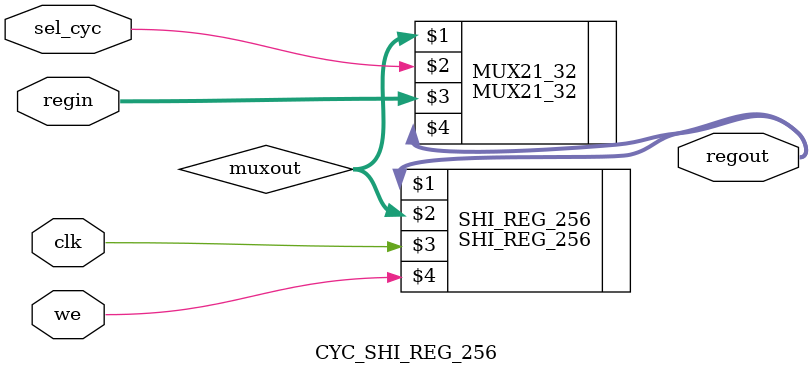
<source format=v>
module  CYC_SHI_REG_256(regout,regin,clk,we,sel_cyc);
  output [31:0] regout;
  input [31:0] regin;
  input  clk,we,sel_cyc;
  wire [31:0] muxout;        

  MUX21_32  MUX21_32(muxout,sel_cyc,regin,regout);
  SHI_REG_256  SHI_REG_256(regout,muxout,clk,we);  
endmodule
</source>
